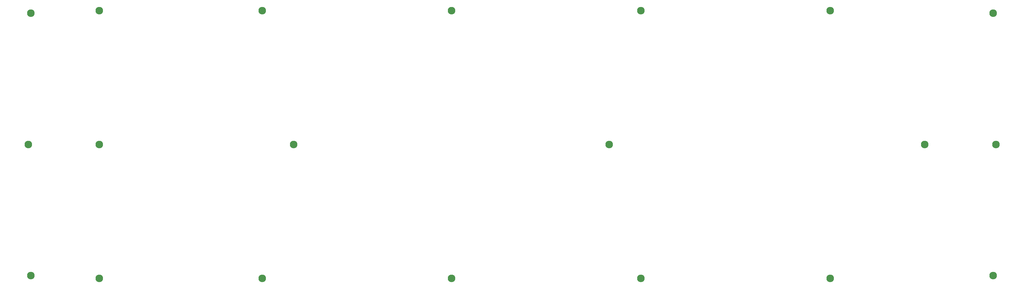
<source format=gbs>
%TF.GenerationSoftware,KiCad,Pcbnew,5.1.6*%
%TF.CreationDate,2020-06-23T07:05:39+02:00*%
%TF.ProjectId,plate,706c6174-652e-46b6-9963-61645f706362,rev?*%
%TF.SameCoordinates,Original*%
%TF.FileFunction,Soldermask,Bot*%
%TF.FilePolarity,Negative*%
%FSLAX46Y46*%
G04 Gerber Fmt 4.6, Leading zero omitted, Abs format (unit mm)*
G04 Created by KiCad (PCBNEW 5.1.6) date 2020-06-23 07:05:39*
%MOMM*%
%LPD*%
G01*
G04 APERTURE LIST*
%ADD10C,2.300000*%
G04 APERTURE END LIST*
D10*
%TO.C,REF\u002A\u002A*%
X330993750Y-71437500D03*
%TD*%
%TO.C,REF\u002A\u002A*%
X81756250Y-111918750D03*
%TD*%
%TO.C,REF\u002A\u002A*%
X81756250Y-30956250D03*
%TD*%
%TO.C,REF\u002A\u002A*%
X351631250Y-111125000D03*
%TD*%
%TO.C,REF\u002A\u002A*%
X352425000Y-71435550D03*
%TD*%
%TO.C,REF\u002A\u002A*%
X351631250Y-31750000D03*
%TD*%
%TO.C,REF\u002A\u002A*%
X302399700Y-111911700D03*
%TD*%
%TO.C,REF\u002A\u002A*%
X245253300Y-111911700D03*
%TD*%
%TO.C,REF\u002A\u002A*%
X302399700Y-30954300D03*
%TD*%
%TO.C,REF\u002A\u002A*%
X245253300Y-30954300D03*
%TD*%
%TO.C,REF\u002A\u002A*%
X235728900Y-71433000D03*
%TD*%
%TO.C,REF\u002A\u002A*%
X60321200Y-71433000D03*
%TD*%
%TO.C,REF\u002A\u002A*%
X188106900Y-111911700D03*
%TD*%
%TO.C,REF\u002A\u002A*%
X188106900Y-30954300D03*
%TD*%
%TO.C,REF\u002A\u002A*%
X130960500Y-111911700D03*
%TD*%
%TO.C,REF\u002A\u002A*%
X130960500Y-30954300D03*
%TD*%
%TO.C,REF\u002A\u002A*%
X61118750Y-31750000D03*
%TD*%
%TO.C,REF\u002A\u002A*%
X61118750Y-111125000D03*
%TD*%
%TO.C,REF\u002A\u002A*%
X140484900Y-71433000D03*
%TD*%
%TO.C,REF\u002A\u002A*%
X81751100Y-71433000D03*
%TD*%
M02*

</source>
